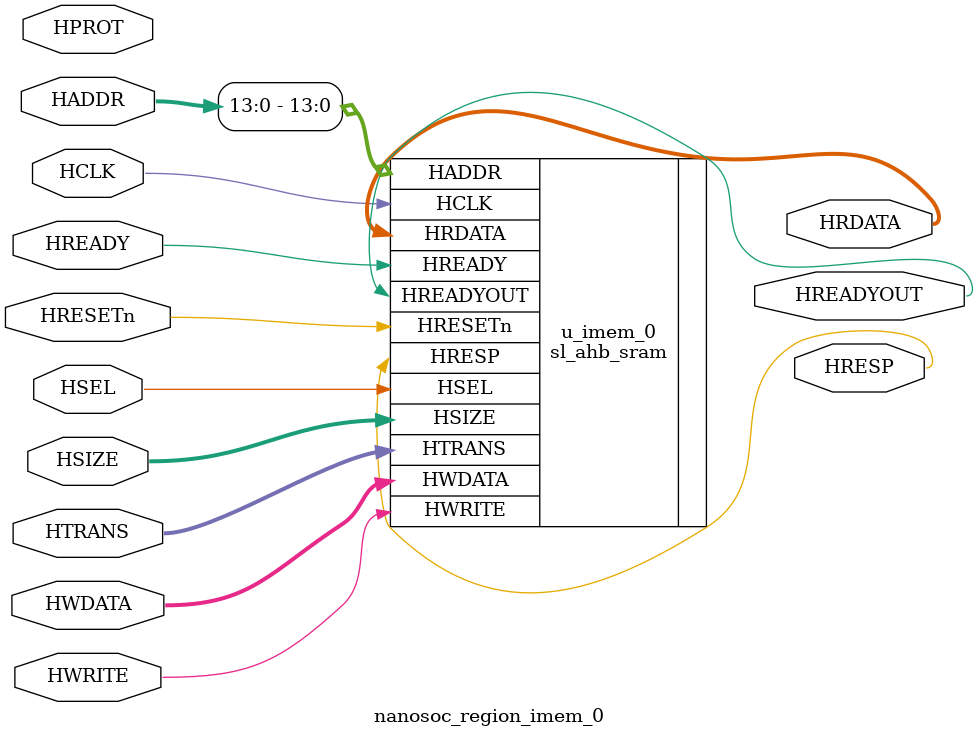
<source format=v>

module nanosoc_region_imem_0 #(
  parameter    SYS_ADDR_W        = 32,         // System Address Width
  parameter    SYS_DATA_W        = 32,         // System Data Width
  parameter    IMEM_RAM_ADDR_W   = 14,         // Width of IMEM RAM Address - Default 16KB
  parameter    IMEM_RAM_DATA_W   = 32,         // Width of IMEM RAM Data Bus - Default 32 bits
  parameter    IMEM_MEM_FPGA_IMG = "image.hex" // Image to Preload into SRAM - NOT USED
)(
  input  wire                   HCLK,   
  input  wire                   HRESETn,

  // AHB connection to Initiator
  input  wire                   HSEL,
  input  wire  [SYS_ADDR_W-1:0] HADDR,
  input  wire             [1:0] HTRANS,
  input  wire             [2:0] HSIZE,
  input  wire             [3:0] HPROT,
  input  wire                   HWRITE,
  input  wire                   HREADY,
  input  wire  [SYS_DATA_W-1:0] HWDATA,

  output wire                   HREADYOUT,
  output wire                   HRESP,
  output wire  [SYS_DATA_W-1:0] HRDATA
);

`ifdef IMEM_0_RAM_PRELOAD
  // ROM Instantiation
  sl_ahb_rom #(
    .SYS_DATA_W (SYS_DATA_W),
    .RAM_ADDR_W (IMEM_RAM_ADDR_W),
    .RAM_DATA_W (IMEM_RAM_DATA_W),
    .FILENAME   (IMEM_MEM_FPGA_IMG)
  ) u_imem_0 (
    // AHB Inputs
    .HCLK       (HCLK),
    .HRESETn    (HRESETn),
    .HSEL       (HSEL), 
    .HADDR      (HADDR [IMEM_RAM_ADDR_W-1:0]),
    .HTRANS     (HTRANS),
    .HSIZE      (HSIZE),
    .HWRITE     (HWRITE),
    .HWDATA     (HWDATA),
    .HREADY     (HREADY),

    // AHB Outputs
    .HREADYOUT  (HREADYOUT),
    .HRDATA     (HRDATA),
    .HRESP      (HRESP)
  );
`else
  // SRAM Instantiation
  sl_ahb_sram #(
    .SYS_DATA_W (SYS_DATA_W),
    .RAM_ADDR_W (IMEM_RAM_ADDR_W),
    .RAM_DATA_W (IMEM_RAM_DATA_W)
  ) u_imem_0 (
    // AHB Inputs
    .HCLK       (HCLK),
    .HRESETn    (HRESETn),
    .HSEL       (HSEL), 
    .HADDR      (HADDR [IMEM_RAM_ADDR_W-1:0]),
    .HTRANS     (HTRANS),
    .HSIZE      (HSIZE),
    .HWRITE     (HWRITE),
    .HWDATA     (HWDATA),
    .HREADY     (HREADY),

    // AHB Outputs
    .HREADYOUT  (HREADYOUT),
    .HRDATA     (HRDATA),
    .HRESP      (HRESP)
  );
`endif

    
endmodule
</source>
